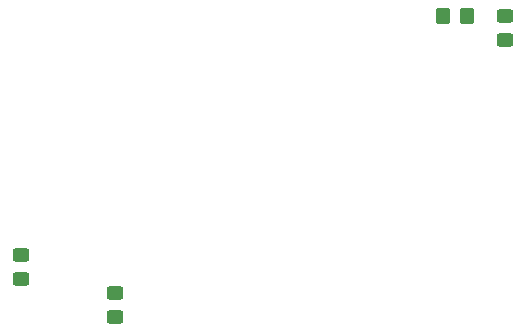
<source format=gbr>
%TF.GenerationSoftware,KiCad,Pcbnew,9.0.0*%
%TF.CreationDate,2025-04-14T04:50:01-04:00*%
%TF.ProjectId,W4MLB_Band_Display,57344d4c-425f-4426-916e-645f44697370,1.0*%
%TF.SameCoordinates,Original*%
%TF.FileFunction,Paste,Top*%
%TF.FilePolarity,Positive*%
%FSLAX46Y46*%
G04 Gerber Fmt 4.6, Leading zero omitted, Abs format (unit mm)*
G04 Created by KiCad (PCBNEW 9.0.0) date 2025-04-14 04:50:01*
%MOMM*%
%LPD*%
G01*
G04 APERTURE LIST*
G04 Aperture macros list*
%AMRoundRect*
0 Rectangle with rounded corners*
0 $1 Rounding radius*
0 $2 $3 $4 $5 $6 $7 $8 $9 X,Y pos of 4 corners*
0 Add a 4 corners polygon primitive as box body*
4,1,4,$2,$3,$4,$5,$6,$7,$8,$9,$2,$3,0*
0 Add four circle primitives for the rounded corners*
1,1,$1+$1,$2,$3*
1,1,$1+$1,$4,$5*
1,1,$1+$1,$6,$7*
1,1,$1+$1,$8,$9*
0 Add four rect primitives between the rounded corners*
20,1,$1+$1,$2,$3,$4,$5,0*
20,1,$1+$1,$4,$5,$6,$7,0*
20,1,$1+$1,$6,$7,$8,$9,0*
20,1,$1+$1,$8,$9,$2,$3,0*%
G04 Aperture macros list end*
%ADD10RoundRect,0.250000X0.450000X-0.325000X0.450000X0.325000X-0.450000X0.325000X-0.450000X-0.325000X0*%
%ADD11RoundRect,0.250000X-0.450000X0.325000X-0.450000X-0.325000X0.450000X-0.325000X0.450000X0.325000X0*%
%ADD12RoundRect,0.250000X0.350000X0.450000X-0.350000X0.450000X-0.350000X-0.450000X0.350000X-0.450000X0*%
G04 APERTURE END LIST*
D10*
%TO.C,D3*%
X183750000Y-77550000D03*
X183750000Y-75500000D03*
%TD*%
D11*
%TO.C,D1*%
X142750000Y-95750000D03*
X142750000Y-97800000D03*
%TD*%
D12*
%TO.C,R1*%
X180500000Y-75500000D03*
X178500000Y-75500000D03*
%TD*%
D11*
%TO.C,D2*%
X150750000Y-98950000D03*
X150750000Y-101000000D03*
%TD*%
M02*

</source>
